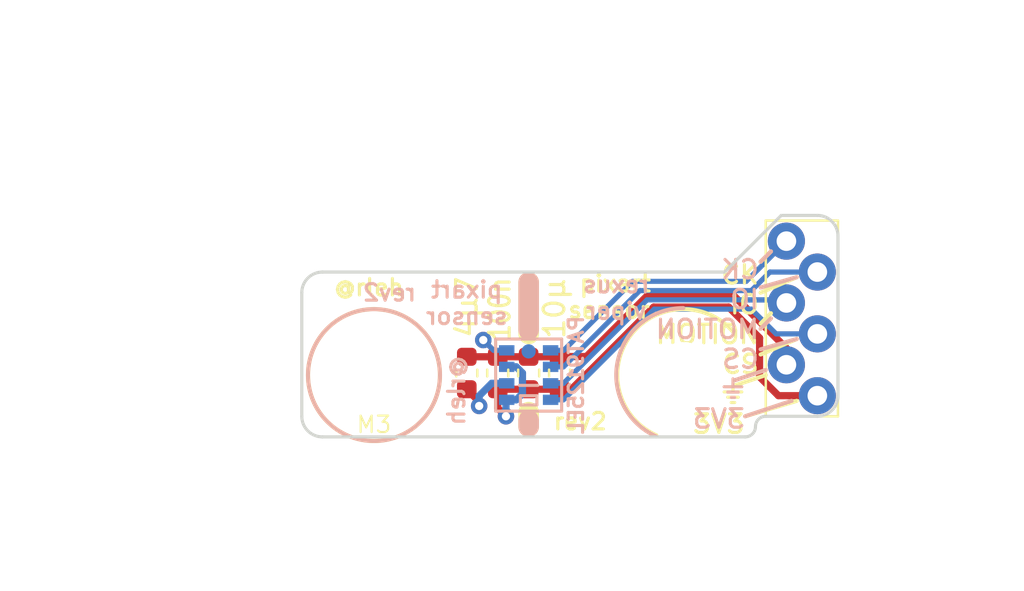
<source format=kicad_pcb>
(kicad_pcb (version 20171130) (host pcbnew 5.0.0-4.fc29)

  (general
    (thickness 1.6)
    (drawings 51)
    (tracks 59)
    (zones 0)
    (modules 8)
    (nets 9)
  )

  (page A4)
  (title_block
    (title Pixart-Sensor-Board)
    (date 2018-12-18)
    (rev rev2)
    (company VIPER)
  )

  (layers
    (0 F.Cu signal)
    (31 B.Cu signal)
    (32 B.Adhes user)
    (33 F.Adhes user)
    (34 B.Paste user)
    (35 F.Paste user)
    (36 B.SilkS user)
    (37 F.SilkS user)
    (38 B.Mask user)
    (39 F.Mask user)
    (40 Dwgs.User user)
    (41 Cmts.User user)
    (42 Eco1.User user)
    (43 Eco2.User user)
    (44 Edge.Cuts user)
    (45 Margin user)
    (46 B.CrtYd user)
    (47 F.CrtYd user)
    (48 B.Fab user)
    (49 F.Fab user)
  )

  (setup
    (last_trace_width 0.25)
    (user_trace_width 0.35)
    (trace_clearance 0.2)
    (zone_clearance 0.508)
    (zone_45_only no)
    (trace_min 0.2)
    (segment_width 0.2)
    (edge_width 0.15)
    (via_size 0.8)
    (via_drill 0.4)
    (via_min_size 0.4)
    (via_min_drill 0.3)
    (uvia_size 0.3)
    (uvia_drill 0.1)
    (uvias_allowed no)
    (uvia_min_size 0.2)
    (uvia_min_drill 0.1)
    (pcb_text_width 0.3)
    (pcb_text_size 1.5 1.5)
    (mod_edge_width 0.15)
    (mod_text_size 1 1)
    (mod_text_width 0.15)
    (pad_size 1.8 1.8)
    (pad_drill 0.95)
    (pad_to_mask_clearance 0.05)
    (aux_axis_origin 0 0)
    (visible_elements FFFFFF7F)
    (pcbplotparams
      (layerselection 0x010fc_ffffffff)
      (usegerberextensions false)
      (usegerberattributes false)
      (usegerberadvancedattributes false)
      (creategerberjobfile false)
      (excludeedgelayer true)
      (linewidth 0.100000)
      (plotframeref false)
      (viasonmask false)
      (mode 1)
      (useauxorigin false)
      (hpglpennumber 1)
      (hpglpenspeed 20)
      (hpglpendiameter 15.000000)
      (psnegative false)
      (psa4output false)
      (plotreference true)
      (plotvalue true)
      (plotinvisibletext false)
      (padsonsilk false)
      (subtractmaskfromsilk false)
      (outputformat 1)
      (mirror false)
      (drillshape 1)
      (scaleselection 1)
      (outputdirectory ""))
  )

  (net 0 "")
  (net 1 "Net-(U101-Pad9)")
  (net 2 GND)
  (net 3 +3V3)
  (net 4 "Net-(C103-Pad1)")
  (net 5 /ID,~CS)
  (net 6 /MOTION)
  (net 7 /SCA,SDIO)
  (net 8 /SCL,SCLK)

  (net_class Default "Dies ist die voreingestellte Netzklasse."
    (clearance 0.2)
    (trace_width 0.25)
    (via_dia 0.8)
    (via_drill 0.4)
    (uvia_dia 0.3)
    (uvia_drill 0.1)
    (add_net +3V3)
    (add_net /ID,~CS)
    (add_net /MOTION)
    (add_net /SCA,SDIO)
    (add_net /SCL,SCLK)
    (add_net GND)
    (add_net "Net-(C103-Pad1)")
    (add_net "Net-(U101-Pad9)")
  )

  (module local-lib:PinHeader_Custom_2x03_Versetzt (layer F.Cu) (tedit 5C3BD8F9) (tstamp 5C4968EE)
    (at 145 106 180)
    (descr "Through hole straight pin header, 1x06, 2.00mm pitch, single row")
    (tags "Through hole pin header THT 1x06 2.00mm single row")
    (path /5C31006B)
    (fp_text reference J101 (at 0.75 -2.06 180) (layer F.SilkS) hide
      (effects (font (size 1 1) (thickness 0.15)))
    )
    (fp_text value Adapter (at 0.75 9.75 180) (layer F.Fab)
      (effects (font (size 1 1) (thickness 0.15)))
    )
    (fp_text user %R (at 0 5 270) (layer F.Fab)
      (effects (font (size 1 1) (thickness 0.15)))
    )
    (fp_line (start 3 -1.5) (end -1.5 -1.5) (layer F.CrtYd) (width 0.05))
    (fp_line (start 3 9) (end 3 -1.5) (layer F.CrtYd) (width 0.05))
    (fp_line (start -1.5 9) (end 3 9) (layer F.CrtYd) (width 0.05))
    (fp_line (start -1.5 -1.5) (end -1.5 9) (layer F.CrtYd) (width 0.05))
    (fp_line (start -1 -1) (end 2.5 -1) (layer F.SilkS) (width 0.12))
    (fp_line (start 2.5 -1) (end 2.5 8.5) (layer F.SilkS) (width 0.12))
    (fp_line (start -1 -1) (end -1 8.5) (layer F.SilkS) (width 0.12))
    (fp_line (start -1 8.5) (end 2.5 8.5) (layer F.SilkS) (width 0.12))
    (pad 6 thru_hole circle (at 1.5 7.5 180) (size 1.8 1.8) (drill 0.95) (layers *.Cu *.Mask)
      (net 8 /SCL,SCLK))
    (pad 5 thru_hole circle (at 0 6 180) (size 1.8 1.8) (drill 0.95) (layers *.Cu *.Mask)
      (net 7 /SCA,SDIO))
    (pad 4 thru_hole circle (at 1.5 4.5 180) (size 1.8 1.8) (drill 0.95) (layers *.Cu *.Mask)
      (net 6 /MOTION))
    (pad 3 thru_hole circle (at 0 3 180) (size 1.8 1.8) (drill 0.95) (layers *.Cu *.Mask)
      (net 5 /ID,~CS))
    (pad 2 thru_hole circle (at 1.5 1.5 180) (size 1.8 1.8) (drill 0.95) (layers *.Cu *.Mask)
      (net 2 GND))
    (pad 1 thru_hole circle (at 0 0 180) (size 1.8 1.8) (drill 0.95) (layers *.Cu *.Mask)
      (net 3 +3V3))
    (model ${KISYS3DMOD}/Connector_PinHeader_2.00mm.3dshapes/PinHeader_1x06_P2.00mm_Vertical.wrl
      (at (xyz 0 0 0))
      (scale (xyz 1 1 1))
      (rotate (xyz 0 0 0))
    )
  )

  (module MountingHole:MountingHole_3.2mm_M3 (layer F.Cu) (tedit 5C350E47) (tstamp 5C41AD52)
    (at 138.5 105)
    (descr "Mounting Hole 3.2mm, no annular, M3")
    (tags "mounting hole 3.2mm no annular m3")
    (path /5C3123E6)
    (attr virtual)
    (fp_text reference H102 (at 0 -4.2) (layer F.SilkS) hide
      (effects (font (size 1 1) (thickness 0.15)))
    )
    (fp_text value M3 (at 0 4.2) (layer F.SilkS) hide
      (effects (font (size 1 1) (thickness 0.15)))
    )
    (fp_circle (center 0 0) (end 3.45 0) (layer F.CrtYd) (width 0.05))
    (fp_circle (center 0 0) (end 3.2 0) (layer Cmts.User) (width 0.15))
    (fp_text user %R (at 0.3 0) (layer F.Fab)
      (effects (font (size 1 1) (thickness 0.15)))
    )
    (pad 1 np_thru_hole circle (at 0 0) (size 3.2 3.2) (drill 3.2) (layers *.Cu *.Mask))
  )

  (module MountingHole:MountingHole_3.2mm_M3 (layer F.Cu) (tedit 5C3BE319) (tstamp 5C41AD4B)
    (at 123.5 105)
    (descr "Mounting Hole 3.2mm, no annular, M3")
    (tags "mounting hole 3.2mm no annular m3")
    (path /5C31230C)
    (attr virtual)
    (fp_text reference H101 (at 0 -4.2) (layer F.SilkS) hide
      (effects (font (size 1 1) (thickness 0.15)))
    )
    (fp_text value M3 (at 0 2.4 180) (layer F.SilkS)
      (effects (font (size 0.8 0.8) (thickness 0.1)))
    )
    (fp_text user %R (at 0.3 0) (layer F.Fab)
      (effects (font (size 1 1) (thickness 0.15)))
    )
    (fp_circle (center 0 0) (end 3.2 0) (layer Cmts.User) (width 0.15))
    (fp_circle (center 0 0) (end 3.45 0) (layer F.CrtYd) (width 0.05))
    (pad 1 np_thru_hole circle (at 0 0) (size 3.2 3.2) (drill 3.2) (layers *.Cu *.Mask))
  )

  (module Resistor_SMD:R_0603_1608Metric (layer F.Cu) (tedit 5C327A3B) (tstamp 5C5549D9)
    (at 131 104.9 90)
    (descr "Resistor SMD 0603 (1608 Metric), square (rectangular) end terminal, IPC_7351 nominal, (Body size source: http://www.tortai-tech.com/upload/download/2011102023233369053.pdf), generated with kicad-footprint-generator")
    (tags resistor)
    (path /5C312644)
    (attr smd)
    (fp_text reference R101 (at 0 -1.43 90) (layer F.SilkS) hide
      (effects (font (size 1 1) (thickness 0.15)))
    )
    (fp_text value HEAT (at 3.1 0.2 90) (layer F.SilkS) hide
      (effects (font (size 1 0.9) (thickness 0.15)))
    )
    (fp_line (start -0.8 0.4) (end -0.8 -0.4) (layer F.Fab) (width 0.1))
    (fp_line (start -0.8 -0.4) (end 0.8 -0.4) (layer F.Fab) (width 0.1))
    (fp_line (start 0.8 -0.4) (end 0.8 0.4) (layer F.Fab) (width 0.1))
    (fp_line (start 0.8 0.4) (end -0.8 0.4) (layer F.Fab) (width 0.1))
    (fp_line (start -0.162779 -0.51) (end 0.162779 -0.51) (layer F.SilkS) (width 0.12))
    (fp_line (start -0.162779 0.51) (end 0.162779 0.51) (layer F.SilkS) (width 0.12))
    (fp_line (start -1.48 0.73) (end -1.48 -0.73) (layer F.CrtYd) (width 0.05))
    (fp_line (start -1.48 -0.73) (end 1.48 -0.73) (layer F.CrtYd) (width 0.05))
    (fp_line (start 1.48 -0.73) (end 1.48 0.73) (layer F.CrtYd) (width 0.05))
    (fp_line (start 1.48 0.73) (end -1.48 0.73) (layer F.CrtYd) (width 0.05))
    (fp_text user %R (at 0 0 90) (layer F.Fab)
      (effects (font (size 0.4 0.4) (thickness 0.06)))
    )
    (pad 1 smd roundrect (at -0.7875 0 90) (size 0.875 0.95) (layers F.Cu F.Paste F.Mask) (roundrect_rratio 0.25)
      (net 3 +3V3))
    (pad 2 smd roundrect (at 0.7875 0 90) (size 0.875 0.95) (layers F.Cu F.Paste F.Mask) (roundrect_rratio 0.25)
      (net 2 GND))
    (model ${KISYS3DMOD}/Resistor_SMD.3dshapes/R_0603_1608Metric.wrl
      (at (xyz 0 0 0))
      (scale (xyz 1 1 1))
      (rotate (xyz 0 0 0))
    )
  )

  (module local-lib:PAT9125EL (layer B.Cu) (tedit 5C30F423) (tstamp 5C55469F)
    (at 131 105 90)
    (path /5C30E877)
    (attr smd)
    (fp_text reference U101 (at 2.398 0.014) (layer B.SilkS) hide
      (effects (font (size 0.7 0.7) (thickness 0.15)) (justify mirror))
    )
    (fp_text value PAT9125EL (at 0 2.3 90) (layer B.SilkS)
      (effects (font (size 0.7 0.7) (thickness 0.15)) (justify mirror))
    )
    (fp_line (start -1.905 -1.778) (end -1.905 1.778) (layer B.CrtYd) (width 0.05))
    (fp_line (start 1.905 -1.778) (end -1.905 -1.778) (layer B.CrtYd) (width 0.05))
    (fp_line (start 1.905 1.778) (end 1.905 -1.778) (layer B.CrtYd) (width 0.05))
    (fp_line (start -1.905 1.778) (end 1.905 1.778) (layer B.CrtYd) (width 0.05))
    (fp_line (start -1.75 1.6) (end 1.75 1.6) (layer B.SilkS) (width 0.15))
    (fp_line (start 1.75 1.6) (end 1.75 -1.6) (layer B.SilkS) (width 0.15))
    (fp_line (start 1.75 -1.6) (end -1.75 -1.6) (layer B.SilkS) (width 0.15))
    (fp_line (start -1.75 -1.6) (end -1.75 1.6) (layer B.SilkS) (width 0.15))
    (fp_line (start -1.45 0.4) (end -1.45 -0.4) (layer B.SilkS) (width 0.15))
    (fp_line (start -1.45 -0.4) (end -1 -0.4) (layer B.SilkS) (width 0.15))
    (fp_line (start -1 -0.4) (end -1 0.4) (layer B.SilkS) (width 0.15))
    (fp_line (start -1 0.4) (end -1.45 0.4) (layer B.SilkS) (width 0.15))
    (fp_line (start -0.5 0.45) (end -0.5 -0.45) (layer B.SilkS) (width 0.15))
    (pad 9 smd circle (at 1.15 0 90) (size 0.69 0.69) (layers B.Cu B.Paste B.Mask)
      (net 1 "Net-(U101-Pad9)"))
    (pad 8 smd rect (at -1.2 1.065 90) (size 0.5 0.75) (layers B.Cu B.Paste B.Mask)
      (net 5 /ID,~CS))
    (pad 7 smd rect (at -0.4 1.065 90) (size 0.5 0.75) (layers B.Cu B.Paste B.Mask)
      (net 6 /MOTION))
    (pad 6 smd rect (at 0.4 1.065 90) (size 0.5 0.75) (layers B.Cu B.Paste B.Mask)
      (net 7 /SCA,SDIO))
    (pad 5 smd rect (at 1.2 1.065 90) (size 0.5 0.75) (layers B.Cu B.Paste B.Mask)
      (net 8 /SCL,SCLK))
    (pad 4 smd rect (at 1.2 -1.065 90) (size 0.5 0.75) (layers B.Cu B.Paste B.Mask)
      (net 2 GND))
    (pad 3 smd rect (at 0.4 -1.065 90) (size 0.5 0.75) (layers B.Cu B.Paste B.Mask)
      (net 3 +3V3))
    (pad 2 smd rect (at -0.4 -1.065 90) (size 0.5 0.75) (layers B.Cu B.Paste B.Mask)
      (net 4 "Net-(C103-Pad1)"))
    (pad 1 smd rect (at -1.2 -1.065 90) (size 0.5 0.75) (layers B.Cu B.Paste B.Mask)
      (net 3 +3V3))
  )

  (module Capacitor_SMD:C_0603_1608Metric (layer F.Cu) (tedit 5C30F469) (tstamp 5C496921)
    (at 128 104.9 90)
    (descr "Capacitor SMD 0603 (1608 Metric), square (rectangular) end terminal, IPC_7351 nominal, (Body size source: http://www.tortai-tech.com/upload/download/2011102023233369053.pdf), generated with kicad-footprint-generator")
    (tags capacitor)
    (path /5C30EED6)
    (attr smd)
    (fp_text reference C103 (at 0 -1.43 90) (layer F.SilkS) hide
      (effects (font (size 1 1) (thickness 0.15)))
    )
    (fp_text value 4µ7 (at 3.2 0 90) (layer F.SilkS)
      (effects (font (size 1 1) (thickness 0.15)))
    )
    (fp_line (start -0.8 0.4) (end -0.8 -0.4) (layer F.Fab) (width 0.1))
    (fp_line (start -0.8 -0.4) (end 0.8 -0.4) (layer F.Fab) (width 0.1))
    (fp_line (start 0.8 -0.4) (end 0.8 0.4) (layer F.Fab) (width 0.1))
    (fp_line (start 0.8 0.4) (end -0.8 0.4) (layer F.Fab) (width 0.1))
    (fp_line (start -0.162779 -0.51) (end 0.162779 -0.51) (layer F.SilkS) (width 0.12))
    (fp_line (start -0.162779 0.51) (end 0.162779 0.51) (layer F.SilkS) (width 0.12))
    (fp_line (start -1.48 0.73) (end -1.48 -0.73) (layer F.CrtYd) (width 0.05))
    (fp_line (start -1.48 -0.73) (end 1.48 -0.73) (layer F.CrtYd) (width 0.05))
    (fp_line (start 1.48 -0.73) (end 1.48 0.73) (layer F.CrtYd) (width 0.05))
    (fp_line (start 1.48 0.73) (end -1.48 0.73) (layer F.CrtYd) (width 0.05))
    (fp_text user %R (at 0 0 90) (layer F.Fab)
      (effects (font (size 0.4 0.4) (thickness 0.06)))
    )
    (pad 1 smd roundrect (at -0.7875 0 90) (size 0.875 0.95) (layers F.Cu F.Paste F.Mask) (roundrect_rratio 0.25)
      (net 4 "Net-(C103-Pad1)"))
    (pad 2 smd roundrect (at 0.7875 0 90) (size 0.875 0.95) (layers F.Cu F.Paste F.Mask) (roundrect_rratio 0.25)
      (net 2 GND))
    (model ${KISYS3DMOD}/Capacitor_SMD.3dshapes/C_0603_1608Metric.wrl
      (at (xyz 0 0 0))
      (scale (xyz 1 1 1))
      (rotate (xyz 0 0 0))
    )
  )

  (module Capacitor_SMD:C_0603_1608Metric (layer F.Cu) (tedit 5C30F458) (tstamp 5C496910)
    (at 129.5 104.9 90)
    (descr "Capacitor SMD 0603 (1608 Metric), square (rectangular) end terminal, IPC_7351 nominal, (Body size source: http://www.tortai-tech.com/upload/download/2011102023233369053.pdf), generated with kicad-footprint-generator")
    (tags capacitor)
    (path /5C30F15F)
    (attr smd)
    (fp_text reference C102 (at 0 -1.43 90) (layer F.SilkS) hide
      (effects (font (size 1 1) (thickness 0.15)))
    )
    (fp_text value 100n (at 3.1 0.1 90) (layer F.SilkS)
      (effects (font (size 1 0.8) (thickness 0.15)))
    )
    (fp_text user %R (at 0 0 90) (layer F.Fab)
      (effects (font (size 0.4 0.4) (thickness 0.06)))
    )
    (fp_line (start 1.48 0.73) (end -1.48 0.73) (layer F.CrtYd) (width 0.05))
    (fp_line (start 1.48 -0.73) (end 1.48 0.73) (layer F.CrtYd) (width 0.05))
    (fp_line (start -1.48 -0.73) (end 1.48 -0.73) (layer F.CrtYd) (width 0.05))
    (fp_line (start -1.48 0.73) (end -1.48 -0.73) (layer F.CrtYd) (width 0.05))
    (fp_line (start -0.162779 0.51) (end 0.162779 0.51) (layer F.SilkS) (width 0.12))
    (fp_line (start -0.162779 -0.51) (end 0.162779 -0.51) (layer F.SilkS) (width 0.12))
    (fp_line (start 0.8 0.4) (end -0.8 0.4) (layer F.Fab) (width 0.1))
    (fp_line (start 0.8 -0.4) (end 0.8 0.4) (layer F.Fab) (width 0.1))
    (fp_line (start -0.8 -0.4) (end 0.8 -0.4) (layer F.Fab) (width 0.1))
    (fp_line (start -0.8 0.4) (end -0.8 -0.4) (layer F.Fab) (width 0.1))
    (pad 2 smd roundrect (at 0.7875 0 90) (size 0.875 0.95) (layers F.Cu F.Paste F.Mask) (roundrect_rratio 0.25)
      (net 2 GND))
    (pad 1 smd roundrect (at -0.7875 0 90) (size 0.875 0.95) (layers F.Cu F.Paste F.Mask) (roundrect_rratio 0.25)
      (net 3 +3V3))
    (model ${KISYS3DMOD}/Capacitor_SMD.3dshapes/C_0603_1608Metric.wrl
      (at (xyz 0 0 0))
      (scale (xyz 1 1 1))
      (rotate (xyz 0 0 0))
    )
  )

  (module Capacitor_SMD:C_0603_1608Metric (layer F.Cu) (tedit 5C30F43B) (tstamp 5C327DCB)
    (at 132.5 104.9 90)
    (descr "Capacitor SMD 0603 (1608 Metric), square (rectangular) end terminal, IPC_7351 nominal, (Body size source: http://www.tortai-tech.com/upload/download/2011102023233369053.pdf), generated with kicad-footprint-generator")
    (tags capacitor)
    (path /5C30F189)
    (attr smd)
    (fp_text reference C101 (at 0 -1.43 90) (layer F.SilkS) hide
      (effects (font (size 1 1) (thickness 0.15)))
    )
    (fp_text value 10µ (at 3.15 -0.25 90) (layer F.SilkS)
      (effects (font (size 1 1) (thickness 0.15)))
    )
    (fp_line (start -0.8 0.4) (end -0.8 -0.4) (layer F.Fab) (width 0.1))
    (fp_line (start -0.8 -0.4) (end 0.8 -0.4) (layer F.Fab) (width 0.1))
    (fp_line (start 0.8 -0.4) (end 0.8 0.4) (layer F.Fab) (width 0.1))
    (fp_line (start 0.8 0.4) (end -0.8 0.4) (layer F.Fab) (width 0.1))
    (fp_line (start -0.162779 -0.51) (end 0.162779 -0.51) (layer F.SilkS) (width 0.12))
    (fp_line (start -0.162779 0.51) (end 0.162779 0.51) (layer F.SilkS) (width 0.12))
    (fp_line (start -1.48 0.73) (end -1.48 -0.73) (layer F.CrtYd) (width 0.05))
    (fp_line (start -1.48 -0.73) (end 1.48 -0.73) (layer F.CrtYd) (width 0.05))
    (fp_line (start 1.48 -0.73) (end 1.48 0.73) (layer F.CrtYd) (width 0.05))
    (fp_line (start 1.48 0.73) (end -1.48 0.73) (layer F.CrtYd) (width 0.05))
    (fp_text user %R (at 0 0 90) (layer F.Fab)
      (effects (font (size 0.4 0.4) (thickness 0.06)))
    )
    (pad 1 smd roundrect (at -0.7875 0 90) (size 0.875 0.95) (layers F.Cu F.Paste F.Mask) (roundrect_rratio 0.25)
      (net 3 +3V3))
    (pad 2 smd roundrect (at 0.7875 0 90) (size 0.875 0.95) (layers F.Cu F.Paste F.Mask) (roundrect_rratio 0.25)
      (net 2 GND))
    (model ${KISYS3DMOD}/Capacitor_SMD.3dshapes/C_0603_1608Metric.wrl
      (at (xyz 0 0 0))
      (scale (xyz 1 1 1))
      (rotate (xyz 0 0 0))
    )
  )

  (gr_text " pixart\nsensor" (at 134.9 101.2) (layer F.SilkS) (tstamp 5C3BE32D)
    (effects (font (size 0.8 0.8) (thickness 0.15)))
  )
  (gr_text @rleh (at 123.25 100.75) (layer F.SilkS) (tstamp 5C3BE2D5)
    (effects (font (size 0.8 0.8) (thickness 0.15)))
  )
  (gr_text rev2 (at 133.5 107.25) (layer F.SilkS) (tstamp 5C3BE2D1)
    (effects (font (size 0.8 0.8) (thickness 0.15)))
  )
  (gr_line (start 142.25 99.5) (end 142.75 99) (layer F.SilkS) (width 0.2))
  (gr_line (start 142.25 101) (end 144 100.25) (layer F.SilkS) (width 0.2))
  (gr_line (start 142.25 102.5) (end 142.75 102) (layer F.SilkS) (width 0.2))
  (gr_line (start 142.25 104) (end 144 103.25) (layer F.SilkS) (width 0.2))
  (gr_line (start 141 105.5) (end 142.5 105) (layer F.SilkS) (width 0.2))
  (gr_line (start 141.5 107) (end 144 106.25) (layer F.SilkS) (width 0.2))
  (gr_line (start 142.25 99.5) (end 142.75 99) (layer B.SilkS) (width 0.2))
  (gr_line (start 142.25 100.75) (end 144 100.25) (layer B.SilkS) (width 0.2))
  (gr_line (start 142.25 102.75) (end 142.75 102.25) (layer B.SilkS) (width 0.2))
  (gr_line (start 142.25 103.75) (end 144 103.25) (layer B.SilkS) (width 0.2))
  (gr_line (start 141 105.25) (end 142.5 104.75) (layer B.SilkS) (width 0.2))
  (gr_line (start 141.5 107) (end 143.75 106.25) (layer B.SilkS) (width 0.2))
  (gr_text rev2 (at 124.25 101) (layer B.SilkS) (tstamp 5C3BE119)
    (effects (font (size 0.8 0.8) (thickness 0.15)) (justify mirror))
  )
  (gr_text @rleh (at 127.5 105.75 90) (layer B.SilkS) (tstamp 5C3BE10E)
    (effects (font (size 0.8 0.8) (thickness 0.15)) (justify mirror))
  )
  (gr_text "rexus\nviper" (at 135.25 101.25) (layer B.SilkS) (tstamp 5C3BE10A)
    (effects (font (size 0.8 0.8) (thickness 0.15)) (justify mirror))
  )
  (gr_text "pixart\nsensor" (at 128 101.5) (layer B.SilkS)
    (effects (font (size 0.8 0.8) (thickness 0.15)) (justify mirror))
  )
  (dimension 4 (width 0.3) (layer Dwgs.User)
    (gr_text "4,000 mm" (at 144 116.85) (layer Dwgs.User)
      (effects (font (size 1.5 1.5) (thickness 0.3)))
    )
    (feature1 (pts (xy 142 109) (xy 142 115.336421)))
    (feature2 (pts (xy 146 109) (xy 146 115.336421)))
    (crossbar (pts (xy 146 114.75) (xy 142 114.75)))
    (arrow1a (pts (xy 142 114.75) (xy 143.126504 114.163579)))
    (arrow1b (pts (xy 142 114.75) (xy 143.126504 115.336421)))
    (arrow2a (pts (xy 146 114.75) (xy 144.873496 114.163579)))
    (arrow2b (pts (xy 146 114.75) (xy 144.873496 115.336421)))
  )
  (dimension 1 (width 0.15) (layer Dwgs.User)
    (gr_text "1,000 mm" (at 149.6 107.5 90) (layer Dwgs.User)
      (effects (font (size 1.5 1.5) (thickness 0.15)))
    )
    (feature1 (pts (xy 142.5 107) (xy 148.086421 107)))
    (feature2 (pts (xy 142.5 108) (xy 148.086421 108)))
    (crossbar (pts (xy 147.5 108) (xy 147.5 107)))
    (arrow1a (pts (xy 147.5 107) (xy 148.086421 108.126504)))
    (arrow1b (pts (xy 147.5 107) (xy 146.913579 108.126504)))
    (arrow2a (pts (xy 147.5 108) (xy 148.086421 106.873496)))
    (arrow2b (pts (xy 147.5 108) (xy 146.913579 106.873496)))
  )
  (dimension 10.75 (width 0.3) (layer Dwgs.User) (tstamp 5C3BDF37)
    (gr_text "10,750 mm" (at 153.1 102.625 90) (layer Dwgs.User) (tstamp 5C3BDF37)
      (effects (font (size 1.5 1.5) (thickness 0.3)))
    )
    (feature1 (pts (xy 142.5 97.25) (xy 151.586421 97.25)))
    (feature2 (pts (xy 142.5 108) (xy 151.586421 108)))
    (crossbar (pts (xy 151 108) (xy 151 97.25)))
    (arrow1a (pts (xy 151 97.25) (xy 151.586421 98.376504)))
    (arrow1b (pts (xy 151 97.25) (xy 150.413579 98.376504)))
    (arrow2a (pts (xy 151 108) (xy 151.586421 106.873496)))
    (arrow2b (pts (xy 151 108) (xy 150.413579 106.873496)))
  )
  (gr_arc (start 145 106) (end 145 107) (angle -90) (layer Edge.Cuts) (width 0.15))
  (gr_arc (start 142.5 107.5) (end 142.5 107) (angle -90) (layer Edge.Cuts) (width 0.15))
  (gr_line (start 145 107) (end 142.5 107) (layer Edge.Cuts) (width 0.15))
  (dimension 7.5 (width 0.3) (layer Dwgs.User)
    (gr_text "7,500 mm" (at 142.25 87.9) (layer Dwgs.User)
      (effects (font (size 1.5 1.5) (thickness 0.3)))
    )
    (feature1 (pts (xy 146 105) (xy 146 89.413579)))
    (feature2 (pts (xy 138.5 105) (xy 138.5 89.413579)))
    (crossbar (pts (xy 138.5 90) (xy 146 90)))
    (arrow1a (pts (xy 146 90) (xy 144.873496 90.586421)))
    (arrow1b (pts (xy 146 90) (xy 144.873496 89.413579)))
    (arrow2a (pts (xy 138.5 90) (xy 139.626504 90.586421)))
    (arrow2b (pts (xy 138.5 90) (xy 139.626504 89.413579)))
  )
  (dimension 3.5 (width 0.3) (layer Dwgs.User)
    (gr_text "3,500 mm" (at 121.75 87.9) (layer Dwgs.User)
      (effects (font (size 1.5 1.5) (thickness 0.3)))
    )
    (feature1 (pts (xy 123.5 105) (xy 123.5 89.413579)))
    (feature2 (pts (xy 120 105) (xy 120 89.413579)))
    (crossbar (pts (xy 120 90) (xy 123.5 90)))
    (arrow1a (pts (xy 123.5 90) (xy 122.373496 90.586421)))
    (arrow1b (pts (xy 123.5 90) (xy 122.373496 89.413579)))
    (arrow2a (pts (xy 120 90) (xy 121.126504 90.586421)))
    (arrow2b (pts (xy 120 90) (xy 121.126504 89.413579)))
  )
  (dimension 15 (width 0.3) (layer Dwgs.User)
    (gr_text "15,000 mm" (at 131 92.4) (layer Dwgs.User)
      (effects (font (size 1.5 1.5) (thickness 0.3)))
    )
    (feature1 (pts (xy 123.5 105) (xy 123.5 93.913579)))
    (feature2 (pts (xy 138.5 105) (xy 138.5 93.913579)))
    (crossbar (pts (xy 138.5 94.5) (xy 123.5 94.5)))
    (arrow1a (pts (xy 123.5 94.5) (xy 124.626504 93.913579)))
    (arrow1b (pts (xy 123.5 94.5) (xy 124.626504 95.086421)))
    (arrow2a (pts (xy 138.5 94.5) (xy 137.373496 93.913579)))
    (arrow2b (pts (xy 138.5 94.5) (xy 137.373496 95.086421)))
  )
  (gr_arc (start 138.5 105) (end 138.5 101.75) (angle -155.8545135) (layer B.SilkS) (width 0.2) (tstamp 5C32802A))
  (gr_text "CK\nIO\nMOTION\nCS\n ⏚\n 3V3" (at 142.25 103.5) (layer B.SilkS) (tstamp 5C328025)
    (effects (font (size 0.9 0.9) (thickness 0.15)) (justify left mirror))
  )
  (dimension 11 (width 0.3) (layer Dwgs.User)
    (gr_text "11,000 mm" (at 125.5 114.599999) (layer Dwgs.User)
      (effects (font (size 1.5 1.5) (thickness 0.3)))
    )
    (feature1 (pts (xy 131 110) (xy 131 113.08642)))
    (feature2 (pts (xy 120 110) (xy 120 113.08642)))
    (crossbar (pts (xy 120 112.499999) (xy 131 112.499999)))
    (arrow1a (pts (xy 131 112.499999) (xy 129.873496 113.08642)))
    (arrow1b (pts (xy 131 112.499999) (xy 129.873496 111.913578)))
    (arrow2a (pts (xy 120 112.499999) (xy 121.126504 113.08642)))
    (arrow2b (pts (xy 120 112.499999) (xy 121.126504 111.913578)))
  )
  (dimension 8 (width 0.3) (layer Dwgs.User)
    (gr_text "8,000 mm" (at 110.9 104 90) (layer Dwgs.User)
      (effects (font (size 1.5 1.5) (thickness 0.3)))
    )
    (feature1 (pts (xy 116.5 100) (xy 112.413579 100)))
    (feature2 (pts (xy 116.5 108) (xy 112.413579 108)))
    (crossbar (pts (xy 113 108) (xy 113 100)))
    (arrow1a (pts (xy 113 100) (xy 113.586421 101.126504)))
    (arrow1b (pts (xy 113 100) (xy 112.413579 101.126504)))
    (arrow2a (pts (xy 113 108) (xy 113.586421 106.873496)))
    (arrow2b (pts (xy 113 108) (xy 112.413579 106.873496)))
  )
  (dimension 3 (width 0.3) (layer Dwgs.User)
    (gr_text "3,000 mm" (at 118.1 106.5 90) (layer Dwgs.User)
      (effects (font (size 1.5 1.5) (thickness 0.3)))
    )
    (feature1 (pts (xy 115.5 105) (xy 116.586421 105)))
    (feature2 (pts (xy 115.5 108) (xy 116.586421 108)))
    (crossbar (pts (xy 116 108) (xy 116 105)))
    (arrow1a (pts (xy 116 105) (xy 116.586421 106.126504)))
    (arrow1b (pts (xy 116 105) (xy 115.413579 106.126504)))
    (arrow2a (pts (xy 116 108) (xy 116.586421 106.873496)))
    (arrow2b (pts (xy 116 108) (xy 115.413579 106.873496)))
  )
  (gr_arc (start 138.5 105) (end 141 103) (angle -207.1946695) (layer F.SilkS) (width 0.2))
  (gr_text "CK\nIO\nMOTION\nCS\n⏚ \n3V3 " (at 142.25 103.75) (layer F.SilkS)
    (effects (font (size 0.9 0.9) (thickness 0.15)) (justify right))
  )
  (gr_circle (center 123.5 105) (end 126.7 105) (layer B.SilkS) (width 0.2) (tstamp 5C41AEBE))
  (gr_circle (center 123.5 105) (end 126.7 105) (layer F.SilkS) (width 0.2))
  (gr_line (start 131 100.5) (end 131 102.8) (layer B.SilkS) (width 1) (tstamp 5C5546EA))
  (gr_line (start 131 107.2) (end 131 107.5) (layer B.SilkS) (width 1) (tstamp 5C5546E0))
  (gr_line (start 131 106.8) (end 131 107.5) (layer F.SilkS) (width 1) (tstamp 5C5546DA))
  (gr_line (start 131 100.5) (end 131 103) (layer F.SilkS) (width 1))
  (gr_arc (start 121 101) (end 121 100) (angle -90) (layer Edge.Cuts) (width 0.15))
  (gr_arc (start 145 98.25) (end 146 98.25) (angle -90) (layer Edge.Cuts) (width 0.15))
  (gr_arc (start 141.5 107.5) (end 141.5 108) (angle -90) (layer Edge.Cuts) (width 0.15))
  (gr_arc (start 121 107) (end 120 107) (angle -90) (layer Edge.Cuts) (width 0.15))
  (gr_line (start 143.25 97.25) (end 140.5 100) (layer Edge.Cuts) (width 0.15))
  (gr_line (start 145 97.25) (end 143.25 97.25) (layer Edge.Cuts) (width 0.15))
  (gr_line (start 146 98.25) (end 146 106) (layer Edge.Cuts) (width 0.15))
  (gr_line (start 141.5 108) (end 121 108) (layer Edge.Cuts) (width 0.15))
  (gr_line (start 121 100) (end 140.5 100) (layer Edge.Cuts) (width 0.15))
  (gr_line (start 120 107) (end 120 101) (layer Edge.Cuts) (width 0.15))

  (segment (start 132.5 104.1125) (end 131 104.1125) (width 0.35) (layer F.Cu) (net 2))
  (segment (start 131 104.1125) (end 129.5 104.1125) (width 0.35) (layer F.Cu) (net 2))
  (segment (start 129.5 104.1125) (end 128 104.1125) (width 0.35) (layer F.Cu) (net 2))
  (via (at 128.8 103.3) (size 0.8) (drill 0.4) (layers F.Cu B.Cu) (net 2))
  (segment (start 129.5 104.1125) (end 129.5 104) (width 0.25) (layer F.Cu) (net 2))
  (segment (start 129.5 104) (end 128.8 103.3) (width 0.25) (layer F.Cu) (net 2))
  (segment (start 129.3 103.8) (end 128.8 103.3) (width 0.25) (layer B.Cu) (net 2))
  (segment (start 129.935 103.8) (end 129.3 103.8) (width 0.25) (layer B.Cu) (net 2))
  (segment (start 143.5 103.7) (end 143.5 104.5) (width 0.35) (layer F.Cu) (net 2))
  (segment (start 140.9 101.1) (end 143.5 103.7) (width 0.35) (layer F.Cu) (net 2))
  (segment (start 136.8 101.1) (end 140.9 101.1) (width 0.35) (layer F.Cu) (net 2))
  (segment (start 132.5 104.1125) (end 132.5125 104.1) (width 0.35) (layer F.Cu) (net 2))
  (segment (start 133.8 104.1) (end 136.8 101.1) (width 0.35) (layer F.Cu) (net 2))
  (segment (start 132.5125 104.1) (end 133.8 104.1) (width 0.35) (layer F.Cu) (net 2))
  (segment (start 132.5 105.6875) (end 131 105.6875) (width 0.35) (layer F.Cu) (net 3))
  (segment (start 131 105.6875) (end 129.5 105.6875) (width 0.35) (layer F.Cu) (net 3))
  (via (at 129.9 107) (size 0.8) (drill 0.4) (layers F.Cu B.Cu) (net 3))
  (segment (start 129.5 105.6875) (end 129.5 106.6) (width 0.35) (layer F.Cu) (net 3))
  (segment (start 129.5 106.6) (end 129.9 107) (width 0.35) (layer F.Cu) (net 3))
  (segment (start 129.9 106.235) (end 129.935 106.2) (width 0.35) (layer B.Cu) (net 3))
  (segment (start 129.9 107) (end 129.9 106.235) (width 0.35) (layer B.Cu) (net 3))
  (segment (start 130.4 106.2) (end 129.935 106.2) (width 0.35) (layer B.Cu) (net 3))
  (segment (start 130.7 104.9) (end 130.7 105.9) (width 0.35) (layer B.Cu) (net 3))
  (segment (start 129.935 104.6) (end 130.4 104.6) (width 0.35) (layer B.Cu) (net 3))
  (segment (start 130.7 105.9) (end 130.4 106.2) (width 0.35) (layer B.Cu) (net 3))
  (segment (start 130.4 104.6) (end 130.7 104.9) (width 0.35) (layer B.Cu) (net 3))
  (segment (start 133.075 105.6875) (end 132.5 105.6875) (width 0.35) (layer F.Cu) (net 3))
  (segment (start 143.112998 106) (end 142.2 105.087002) (width 0.35) (layer F.Cu) (net 3))
  (segment (start 145 106) (end 143.112998 106) (width 0.35) (layer F.Cu) (net 3))
  (segment (start 137.0625 101.7) (end 133.075 105.6875) (width 0.35) (layer F.Cu) (net 3))
  (segment (start 142.2 105.087002) (end 142.2 103.2) (width 0.35) (layer F.Cu) (net 3))
  (segment (start 142.2 103.2) (end 140.7 101.7) (width 0.35) (layer F.Cu) (net 3))
  (segment (start 140.7 101.7) (end 137.0625 101.7) (width 0.35) (layer F.Cu) (net 3))
  (segment (start 128 105.6875) (end 128.6 106.2875) (width 0.35) (layer F.Cu) (net 4))
  (segment (start 128.6 106.2875) (end 128.6 106.5) (width 0.35) (layer F.Cu) (net 4))
  (segment (start 128.6 106.01) (end 128.6 106.5) (width 0.35) (layer B.Cu) (net 4))
  (segment (start 129.21 105.4) (end 128.6 106.01) (width 0.35) (layer B.Cu) (net 4))
  (via (at 128.6 106.5) (size 0.8) (drill 0.4) (layers F.Cu B.Cu) (net 4))
  (segment (start 129.935 105.4) (end 129.21 105.4) (width 0.35) (layer B.Cu) (net 4))
  (segment (start 132.69 106.2) (end 137.09 101.8) (width 0.25) (layer B.Cu) (net 5))
  (segment (start 132.065 106.2) (end 132.69 106.2) (width 0.25) (layer B.Cu) (net 5))
  (segment (start 143 103) (end 145 103) (width 0.25) (layer B.Cu) (net 5))
  (segment (start 141.8 101.8) (end 143 103) (width 0.25) (layer B.Cu) (net 5))
  (segment (start 137.09 101.8) (end 141.8 101.8) (width 0.25) (layer B.Cu) (net 5))
  (segment (start 132.69 105.4) (end 136.740011 101.349989) (width 0.25) (layer B.Cu) (net 6))
  (segment (start 132.065 105.4) (end 132.69 105.4) (width 0.25) (layer B.Cu) (net 6))
  (segment (start 143.4864 101.34999) (end 143.568205 101.431795) (width 0.25) (layer B.Cu) (net 6))
  (segment (start 136.740011 101.349989) (end 141.7 101.349989) (width 0.25) (layer B.Cu) (net 6))
  (segment (start 141.7 101.349989) (end 143.4864 101.34999) (width 0.25) (layer B.Cu) (net 6))
  (segment (start 141.7 101.349989) (end 142.877219 101.349989) (width 0.25) (layer B.Cu) (net 6))
  (segment (start 132.69 104.6) (end 136.390022 100.899978) (width 0.25) (layer B.Cu) (net 7))
  (segment (start 132.065 104.6) (end 132.69 104.6) (width 0.25) (layer B.Cu) (net 7))
  (segment (start 142.699978 100) (end 145 100) (width 0.25) (layer B.Cu) (net 7))
  (segment (start 141.8 100.899978) (end 142.699978 100) (width 0.25) (layer B.Cu) (net 7))
  (segment (start 136.390022 100.899978) (end 141.8 100.899978) (width 0.25) (layer B.Cu) (net 7))
  (segment (start 141.550033 100.449967) (end 143.5 98.5) (width 0.25) (layer B.Cu) (net 8))
  (segment (start 136.050033 100.449967) (end 141.550033 100.449967) (width 0.25) (layer B.Cu) (net 8))
  (segment (start 132.065 103.8) (end 132.7 103.8) (width 0.25) (layer B.Cu) (net 8))
  (segment (start 132.7 103.8) (end 136.050033 100.449967) (width 0.25) (layer B.Cu) (net 8))

)

</source>
